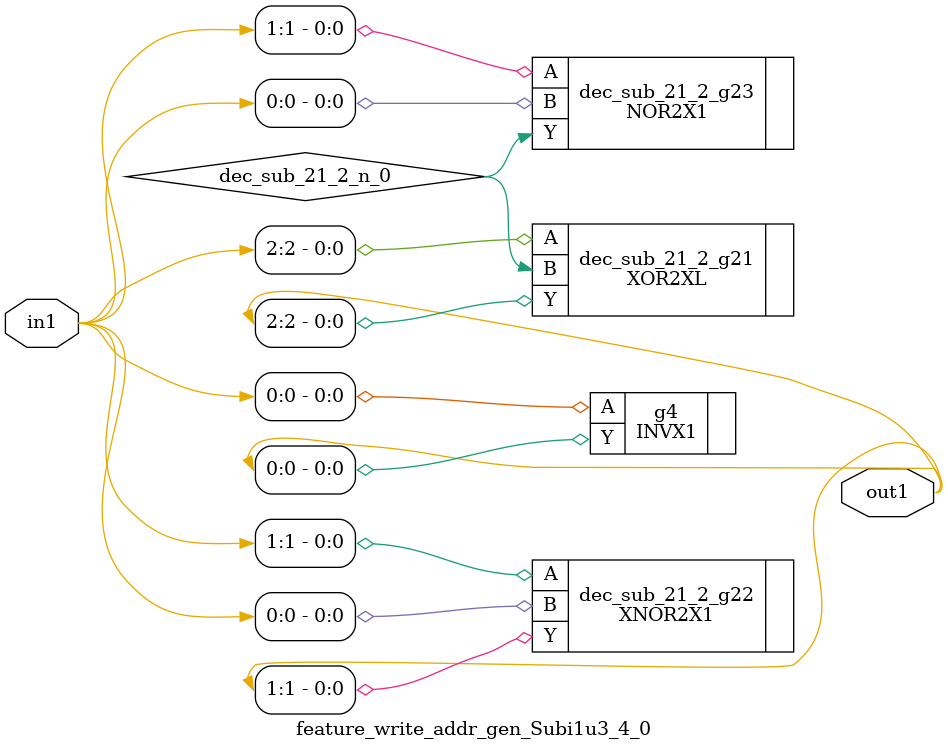
<source format=v>
`timescale 1ps / 1ps


module feature_write_addr_gen_Subi1u3_4_0(in1, out1);
  input [2:0] in1;
  output [2:0] out1;
  wire [2:0] in1;
  wire [2:0] out1;
  wire dec_sub_21_2_n_0;
  INVX1 g4(.A (in1[0]), .Y (out1[0]));
  XOR2XL dec_sub_21_2_g21(.A (in1[2]), .B (dec_sub_21_2_n_0), .Y
       (out1[2]));
  XNOR2X1 dec_sub_21_2_g22(.A (in1[1]), .B (in1[0]), .Y (out1[1]));
  NOR2X1 dec_sub_21_2_g23(.A (in1[1]), .B (in1[0]), .Y
       (dec_sub_21_2_n_0));
endmodule



</source>
